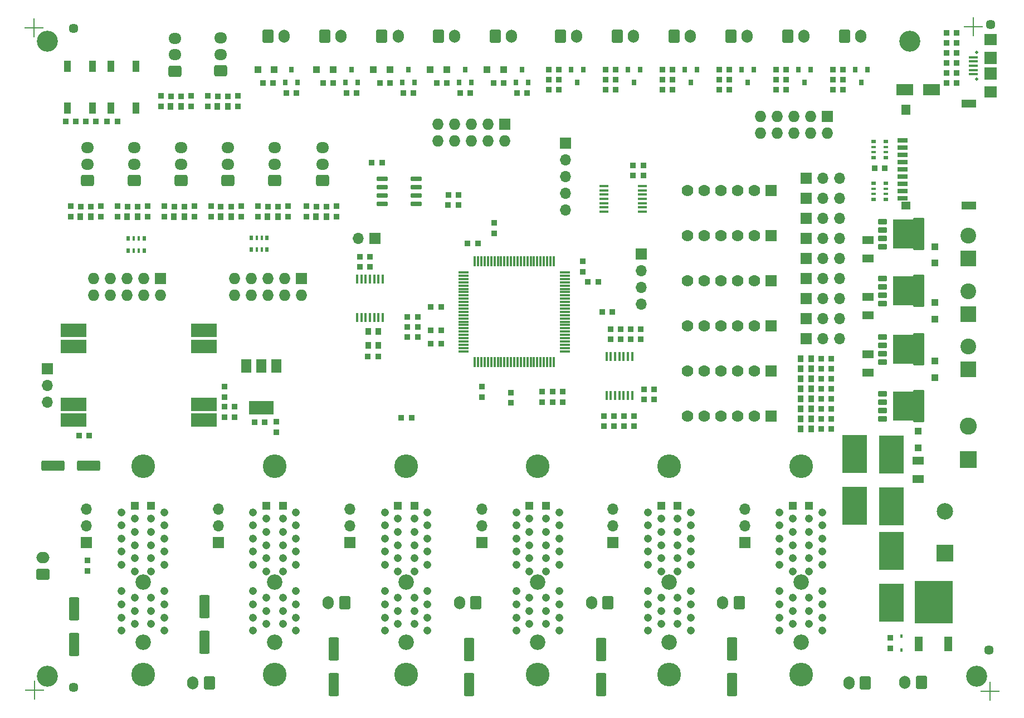
<source format=gts>
%TF.GenerationSoftware,KiCad,Pcbnew,5.99.0-unknown-43a4cf795~104~ubuntu20.04.1*%
%TF.CreationDate,2020-11-14T20:18:23-08:00*%
%TF.ProjectId,PrntrBoardV2,50726e74-7242-46f6-9172-6456322e6b69,rev?*%
%TF.SameCoordinates,PX160b110PY9be08a8*%
%TF.FileFunction,Soldermask,Top*%
%TF.FilePolarity,Negative*%
%FSLAX46Y46*%
G04 Gerber Fmt 4.6, Leading zero omitted, Abs format (unit mm)*
G04 Created by KiCad (PCBNEW 5.99.0-unknown-43a4cf795~104~ubuntu20.04.1) date 2020-11-14 20:18:23*
%MOMM*%
%LPD*%
G01*
G04 APERTURE LIST*
G04 Aperture macros list*
%AMRoundRect*
0 Rectangle with rounded corners*
0 $1 Rounding radius*
0 $2 $3 $4 $5 $6 $7 $8 $9 X,Y pos of 4 corners*
0 Add a 4 corners polygon primitive as box body*
4,1,4,$2,$3,$4,$5,$6,$7,$8,$9,$2,$3,0*
0 Add four circle primitives for the rounded corners*
1,1,$1+$1,$2,$3,0*
1,1,$1+$1,$4,$5,0*
1,1,$1+$1,$6,$7,0*
1,1,$1+$1,$8,$9,0*
0 Add four rect primitives between the rounded corners*
20,1,$1+$1,$2,$3,$4,$5,0*
20,1,$1+$1,$4,$5,$6,$7,0*
20,1,$1+$1,$6,$7,$8,$9,0*
20,1,$1+$1,$8,$9,$2,$3,0*%
G04 Aperture macros list end*
%ADD10R,0.875000X0.950000*%
%ADD11R,0.950000X0.875000*%
%ADD12RoundRect,0.250000X1.500000X0.550000X-1.500000X0.550000X-1.500000X-0.550000X1.500000X-0.550000X0*%
%ADD13R,1.750000X1.250000*%
%ADD14R,2.500000X1.800000*%
%ADD15R,0.820000X1.000000*%
%ADD16R,0.800000X0.900000*%
%ADD17R,1.000000X1.000000*%
%ADD18R,3.810000X5.740000*%
%ADD19R,3.000000X0.127000*%
%ADD20R,0.127000X3.000000*%
%ADD21C,3.200000*%
%ADD22R,1.727200X1.727200*%
%ADD23O,1.727200X1.727200*%
%ADD24C,0.500000*%
%ADD25R,1.350000X0.400000*%
%ADD26R,1.900000X1.800000*%
%ADD27R,1.900000X1.900000*%
%ADD28RoundRect,0.250000X-0.600000X-0.750000X0.600000X-0.750000X0.600000X0.750000X-0.600000X0.750000X0*%
%ADD29O,1.700000X2.000000*%
%ADD30R,2.600000X2.600000*%
%ADD31C,2.600000*%
%ADD32R,2.400000X2.400000*%
%ADD33C,2.400000*%
%ADD34R,1.700000X1.700000*%
%ADD35O,1.700000X1.700000*%
%ADD36R,2.500000X2.500000*%
%ADD37C,2.500000*%
%ADD38C,3.600000*%
%ADD39R,1.208000X1.208000*%
%ADD40C,1.208000*%
%ADD41C,2.350000*%
%ADD42RoundRect,0.250000X0.725000X-0.600000X0.725000X0.600000X-0.725000X0.600000X-0.725000X-0.600000X0*%
%ADD43O,1.950000X1.700000*%
%ADD44R,0.500000X0.800000*%
%ADD45R,0.400000X0.800000*%
%ADD46R,0.800000X0.500000*%
%ADD47R,0.800000X0.400000*%
%ADD48R,1.000000X1.700000*%
%ADD49R,1.778000X1.778000*%
%ADD50C,1.778000*%
%ADD51RoundRect,0.070000X-0.775000X2.350000X-0.775000X-2.350000X0.775000X-2.350000X0.775000X2.350000X0*%
%ADD52RoundRect,0.070000X-1.650000X2.100000X-1.650000X-2.100000X1.650000X-2.100000X1.650000X2.100000X0*%
%ADD53RoundRect,0.070000X-0.575000X0.350000X-0.575000X-0.350000X0.575000X-0.350000X0.575000X0.350000X0*%
%ADD54RoundRect,0.075000X-0.725000X-0.075000X0.725000X-0.075000X0.725000X0.075000X-0.725000X0.075000X0*%
%ADD55RoundRect,0.075000X-0.075000X-0.725000X0.075000X-0.725000X0.075000X0.725000X-0.075000X0.725000X0*%
%ADD56RoundRect,0.150000X-0.725000X-0.150000X0.725000X-0.150000X0.725000X0.150000X-0.725000X0.150000X0*%
%ADD57R,1.500000X2.000000*%
%ADD58R,3.800000X2.000000*%
%ADD59R,4.000000X2.000000*%
%ADD60R,1.600000X0.700000*%
%ADD61R,2.200000X1.200000*%
%ADD62R,1.400000X1.600000*%
%ADD63R,1.400000X1.200000*%
%ADD64RoundRect,0.250000X-0.550000X1.500000X-0.550000X-1.500000X0.550000X-1.500000X0.550000X1.500000X0*%
%ADD65RoundRect,0.250000X0.600000X0.750000X-0.600000X0.750000X-0.600000X-0.750000X0.600000X-0.750000X0*%
%ADD66R,0.450000X1.450000*%
%ADD67RoundRect,0.250000X0.750000X-0.600000X0.750000X0.600000X-0.750000X0.600000X-0.750000X-0.600000X0*%
%ADD68O,2.000000X1.700000*%
%ADD69R,0.450000X0.600000*%
%ADD70R,1.200000X2.200000*%
%ADD71R,5.800000X6.400000*%
%ADD72C,1.448000*%
%ADD73R,0.900000X1.000000*%
%ADD74R,1.450000X0.450000*%
G04 APERTURE END LIST*
D10*
X8153500Y88265000D03*
X6578500Y88265000D03*
D11*
X80645000Y47142500D03*
X80645000Y45567500D03*
D10*
X85953500Y63881000D03*
X87528500Y63881000D03*
X60096500Y57023000D03*
X58521500Y57023000D03*
X60096500Y55499000D03*
X58521500Y55499000D03*
X63652500Y60071000D03*
X62077500Y60071000D03*
D11*
X85217000Y66954500D03*
X85217000Y65379500D03*
X69850000Y47904500D03*
X69850000Y46329500D03*
D10*
X54693500Y81969000D03*
X53118500Y81969000D03*
X67665500Y69723000D03*
X69240500Y69723000D03*
X63652500Y56515000D03*
X62077500Y56515000D03*
D11*
X82169000Y47142500D03*
X82169000Y45567500D03*
D10*
X63652500Y54483000D03*
X62077500Y54483000D03*
X94412000Y80010000D03*
X92837000Y80010000D03*
X94412000Y81534000D03*
X92837000Y81534000D03*
X131089500Y81153000D03*
X129514500Y81153000D03*
X140436500Y101727000D03*
X142011500Y101727000D03*
D11*
X30734000Y44856500D03*
X30734000Y43281500D03*
X32258000Y44856500D03*
X32258000Y43281500D03*
D10*
X36855500Y42545000D03*
X35280500Y42545000D03*
D11*
X38608000Y42596000D03*
X38608000Y41021000D03*
D10*
X8610500Y40513000D03*
X10185500Y40513000D03*
D12*
X10066000Y35941000D03*
X4666000Y35941000D03*
D11*
X30734000Y46329500D03*
X30734000Y47904500D03*
D10*
X81559500Y93091000D03*
X79984500Y93091000D03*
X107467500Y93091000D03*
X105892500Y93091000D03*
X90195500Y93091000D03*
X88620500Y93091000D03*
X116103500Y93091000D03*
X114528500Y93091000D03*
X98831500Y93091000D03*
X97256500Y93091000D03*
X124739500Y93091000D03*
X123164500Y93091000D03*
X46253500Y75311000D03*
X44678500Y75311000D03*
X38887500Y75311000D03*
X37312500Y75311000D03*
X31267500Y92075000D03*
X29692500Y92075000D03*
X31750000Y75311000D03*
X30175000Y75311000D03*
X24663500Y75311000D03*
X23088500Y75311000D03*
X24155500Y92075000D03*
X22580500Y92075000D03*
X17551500Y75311000D03*
X15976500Y75311000D03*
X10439500Y75311000D03*
X8864500Y75311000D03*
D13*
X136144000Y36706000D03*
X136144000Y33906000D03*
X128524000Y67434000D03*
X128524000Y70234000D03*
X128524000Y50038000D03*
X128524000Y52838000D03*
X128524000Y58798000D03*
X128524000Y61598000D03*
D11*
X94488000Y45948500D03*
X94488000Y47523500D03*
X96012000Y45948500D03*
X96012000Y47523500D03*
D14*
X134144000Y93091000D03*
X138144000Y93091000D03*
D15*
X118326000Y52197000D03*
X119926000Y52197000D03*
X118326000Y50673000D03*
X119926000Y50673000D03*
X118326000Y49149000D03*
X119926000Y49149000D03*
X118326000Y47625000D03*
X119926000Y47625000D03*
D16*
X85278000Y96123000D03*
X83378000Y96123000D03*
X84328000Y94123000D03*
X111186000Y96123000D03*
X109286000Y96123000D03*
X110236000Y94123000D03*
X93914000Y96123000D03*
X92014000Y96123000D03*
X92964000Y94123000D03*
X119822000Y96123000D03*
X117922000Y96123000D03*
X118872000Y94123000D03*
X102550000Y96123000D03*
X100650000Y96123000D03*
X101600000Y94123000D03*
X128458000Y96123000D03*
X126558000Y96123000D03*
X127508000Y94123000D03*
D15*
X46266000Y73787000D03*
X44666000Y73787000D03*
X38900000Y73787000D03*
X37300000Y73787000D03*
X31280000Y90551000D03*
X29680000Y90551000D03*
X31788000Y73787000D03*
X30188000Y73787000D03*
X24676000Y73787000D03*
X23076000Y73787000D03*
X24168000Y90551000D03*
X22568000Y90551000D03*
X17564000Y73787000D03*
X15964000Y73787000D03*
X10452000Y73787000D03*
X8852000Y73787000D03*
D17*
X70632000Y96139000D03*
X73132000Y96139000D03*
D15*
X118326000Y41529000D03*
X119926000Y41529000D03*
X118326000Y46101000D03*
X119926000Y46101000D03*
D17*
X136144000Y38628000D03*
X136144000Y41128000D03*
X138684000Y66695000D03*
X138684000Y69195000D03*
X35814000Y96139000D03*
X38314000Y96139000D03*
D15*
X118326000Y43053000D03*
X119926000Y43053000D03*
D17*
X138684000Y49296000D03*
X138684000Y51796000D03*
X44724000Y96139000D03*
X47224000Y96139000D03*
X53360000Y96139000D03*
X55860000Y96139000D03*
D15*
X118326000Y44577000D03*
X119926000Y44577000D03*
D17*
X138684000Y58186000D03*
X138684000Y60686000D03*
X61996000Y96139000D03*
X64496000Y96139000D03*
D10*
X142011500Y94107000D03*
X140436500Y94107000D03*
D18*
X132080000Y29718000D03*
X132080000Y37588000D03*
X126492000Y29847000D03*
X126492000Y37717000D03*
X132080000Y22985000D03*
X132080000Y15115000D03*
D19*
X147066000Y1651000D03*
D20*
X147066000Y1651000D03*
D19*
X1841500Y1816100D03*
D20*
X1841500Y1816100D03*
X1828800Y102463600D03*
D19*
X1828800Y102463600D03*
X144526000Y102616000D03*
D20*
X144526000Y102616000D03*
D21*
X3810000Y3937000D03*
X3810000Y100457000D03*
X134874000Y100457000D03*
D22*
X42418000Y64389000D03*
D23*
X42418000Y61849000D03*
X39878000Y64389000D03*
X39878000Y61849000D03*
X37338000Y64389000D03*
X37338000Y61849000D03*
X34798000Y64389000D03*
X34798000Y61849000D03*
X32258000Y64389000D03*
X32258000Y61849000D03*
D22*
X21031200Y64389000D03*
D23*
X21031200Y61849000D03*
X18491200Y64389000D03*
X18491200Y61849000D03*
X15951200Y64389000D03*
X15951200Y61849000D03*
X13411200Y64389000D03*
X13411200Y61849000D03*
X10871200Y64389000D03*
X10871200Y61849000D03*
D24*
X145036400Y98697800D03*
X145036400Y94697800D03*
D25*
X144511400Y95397800D03*
X144511400Y96047800D03*
X144511400Y96697800D03*
X144511400Y97347800D03*
X144511400Y97997800D03*
D26*
X147186400Y92697800D03*
D27*
X147186400Y97897800D03*
D26*
X147186400Y100697800D03*
D27*
X147186400Y95497800D03*
D28*
X71882000Y101219000D03*
D29*
X74382000Y101219000D03*
D30*
X143764000Y36830000D03*
D31*
X143764000Y41910000D03*
D32*
X143764000Y67366000D03*
D33*
X143764000Y70866000D03*
D34*
X119150200Y55245000D03*
D35*
X121690200Y55245000D03*
X124230200Y55245000D03*
D34*
X119126000Y64389000D03*
D35*
X121666000Y64389000D03*
X124206000Y64389000D03*
D34*
X119126000Y73533000D03*
D35*
X121666000Y73533000D03*
X124206000Y73533000D03*
D34*
X119126000Y58293000D03*
D35*
X121666000Y58293000D03*
X124206000Y58293000D03*
D34*
X119126000Y67437000D03*
D35*
X121666000Y67437000D03*
X124206000Y67437000D03*
D34*
X119126000Y76581000D03*
D35*
X121666000Y76581000D03*
X124206000Y76581000D03*
D34*
X119126000Y61341000D03*
D35*
X121666000Y61341000D03*
X124206000Y61341000D03*
D34*
X119126000Y70485000D03*
D35*
X121666000Y70485000D03*
X124206000Y70485000D03*
D34*
X119126000Y79629000D03*
D35*
X121666000Y79629000D03*
X124206000Y79629000D03*
D28*
X37338000Y101219000D03*
D29*
X39838000Y101219000D03*
D32*
X143764000Y50546000D03*
D33*
X143764000Y54046000D03*
D28*
X45974000Y101219000D03*
D29*
X48474000Y101219000D03*
D28*
X54650000Y101219000D03*
D29*
X57150000Y101219000D03*
D32*
X143764000Y58928000D03*
D33*
X143764000Y62428000D03*
D28*
X63246000Y101219000D03*
D29*
X65746000Y101219000D03*
D36*
X140208000Y22606000D03*
D37*
X140208000Y28956000D03*
D34*
X94107000Y68072000D03*
D35*
X94107000Y65532000D03*
X94107000Y62992000D03*
X94107000Y60452000D03*
D38*
X18342000Y35831000D03*
X18342000Y4181000D03*
D39*
X19592000Y29831000D03*
D40*
X21592000Y28831000D03*
X19592000Y27831000D03*
X21592000Y26831000D03*
X19592000Y25831000D03*
X21592000Y24831000D03*
X19592000Y23831000D03*
X21592000Y22831000D03*
X19592000Y21831000D03*
X21592000Y20831000D03*
X19592000Y19831000D03*
X21592000Y16831000D03*
X19592000Y15831000D03*
X21592000Y14831000D03*
X19592000Y13831000D03*
X21592000Y12831000D03*
X19592000Y11831000D03*
X21592000Y10831000D03*
D39*
X17092000Y29831000D03*
D40*
X15092000Y28831000D03*
X17092000Y27831000D03*
X15092000Y26831000D03*
X17092000Y25831000D03*
X15092000Y24831000D03*
X17092000Y23831000D03*
X15092000Y22831000D03*
X17092000Y21831000D03*
X15092000Y20831000D03*
X17092000Y19831000D03*
X15092000Y16831000D03*
X17092000Y15831000D03*
X15092000Y14831000D03*
X17092000Y13831000D03*
X15092000Y12831000D03*
X17092000Y11831000D03*
X15092000Y10831000D03*
D41*
X18342000Y9031000D03*
X18342000Y18181000D03*
D38*
X38342000Y4181000D03*
X38342000Y35831000D03*
D39*
X39592000Y29831000D03*
D40*
X41592000Y28831000D03*
X39592000Y27831000D03*
X41592000Y26831000D03*
X39592000Y25831000D03*
X41592000Y24831000D03*
X39592000Y23831000D03*
X41592000Y22831000D03*
X39592000Y21831000D03*
X41592000Y20831000D03*
X39592000Y19831000D03*
X41592000Y16831000D03*
X39592000Y15831000D03*
X41592000Y14831000D03*
X39592000Y13831000D03*
X41592000Y12831000D03*
X39592000Y11831000D03*
X41592000Y10831000D03*
D39*
X37092000Y29831000D03*
D40*
X35092000Y28831000D03*
X37092000Y27831000D03*
X35092000Y26831000D03*
X37092000Y25831000D03*
X35092000Y24831000D03*
X37092000Y23831000D03*
X35092000Y22831000D03*
X37092000Y21831000D03*
X35092000Y20831000D03*
X37092000Y19831000D03*
X35092000Y16831000D03*
X37092000Y15831000D03*
X35092000Y14831000D03*
X37092000Y13831000D03*
X35092000Y12831000D03*
X37092000Y11831000D03*
X35092000Y10831000D03*
D41*
X38342000Y18181000D03*
X38342000Y9031000D03*
D38*
X58342000Y4181000D03*
X58342000Y35831000D03*
D39*
X59592000Y29831000D03*
D40*
X61592000Y28831000D03*
X59592000Y27831000D03*
X61592000Y26831000D03*
X59592000Y25831000D03*
X61592000Y24831000D03*
X59592000Y23831000D03*
X61592000Y22831000D03*
X59592000Y21831000D03*
X61592000Y20831000D03*
X59592000Y19831000D03*
X61592000Y16831000D03*
X59592000Y15831000D03*
X61592000Y14831000D03*
X59592000Y13831000D03*
X61592000Y12831000D03*
X59592000Y11831000D03*
X61592000Y10831000D03*
D39*
X57092000Y29831000D03*
D40*
X55092000Y28831000D03*
X57092000Y27831000D03*
X55092000Y26831000D03*
X57092000Y25831000D03*
X55092000Y24831000D03*
X57092000Y23831000D03*
X55092000Y22831000D03*
X57092000Y21831000D03*
X55092000Y20831000D03*
X57092000Y19831000D03*
X55092000Y16831000D03*
X57092000Y15831000D03*
X55092000Y14831000D03*
X57092000Y13831000D03*
X55092000Y12831000D03*
X57092000Y11831000D03*
X55092000Y10831000D03*
D41*
X58342000Y18181000D03*
X58342000Y9031000D03*
D38*
X78342000Y35831000D03*
X78342000Y4181000D03*
D39*
X79592000Y29831000D03*
D40*
X81592000Y28831000D03*
X79592000Y27831000D03*
X81592000Y26831000D03*
X79592000Y25831000D03*
X81592000Y24831000D03*
X79592000Y23831000D03*
X81592000Y22831000D03*
X79592000Y21831000D03*
X81592000Y20831000D03*
X79592000Y19831000D03*
X81592000Y16831000D03*
X79592000Y15831000D03*
X81592000Y14831000D03*
X79592000Y13831000D03*
X81592000Y12831000D03*
X79592000Y11831000D03*
X81592000Y10831000D03*
D39*
X77092000Y29831000D03*
D40*
X75092000Y28831000D03*
X77092000Y27831000D03*
X75092000Y26831000D03*
X77092000Y25831000D03*
X75092000Y24831000D03*
X77092000Y23831000D03*
X75092000Y22831000D03*
X77092000Y21831000D03*
X75092000Y20831000D03*
X77092000Y19831000D03*
X75092000Y16831000D03*
X77092000Y15831000D03*
X75092000Y14831000D03*
X77092000Y13831000D03*
X75092000Y12831000D03*
X77092000Y11831000D03*
X75092000Y10831000D03*
D41*
X78342000Y9031000D03*
X78342000Y18181000D03*
D38*
X98342000Y35831000D03*
X98342000Y4181000D03*
D39*
X99592000Y29831000D03*
D40*
X101592000Y28831000D03*
X99592000Y27831000D03*
X101592000Y26831000D03*
X99592000Y25831000D03*
X101592000Y24831000D03*
X99592000Y23831000D03*
X101592000Y22831000D03*
X99592000Y21831000D03*
X101592000Y20831000D03*
X99592000Y19831000D03*
X101592000Y16831000D03*
X99592000Y15831000D03*
X101592000Y14831000D03*
X99592000Y13831000D03*
X101592000Y12831000D03*
X99592000Y11831000D03*
X101592000Y10831000D03*
D39*
X97092000Y29831000D03*
D40*
X95092000Y28831000D03*
X97092000Y27831000D03*
X95092000Y26831000D03*
X97092000Y25831000D03*
X95092000Y24831000D03*
X97092000Y23831000D03*
X95092000Y22831000D03*
X97092000Y21831000D03*
X95092000Y20831000D03*
X97092000Y19831000D03*
X95092000Y16831000D03*
X97092000Y15831000D03*
X95092000Y14831000D03*
X97092000Y13831000D03*
X95092000Y12831000D03*
X97092000Y11831000D03*
X95092000Y10831000D03*
D41*
X98342000Y18181000D03*
X98342000Y9031000D03*
D38*
X118342000Y35831000D03*
X118342000Y4181000D03*
D39*
X119592000Y29831000D03*
D40*
X121592000Y28831000D03*
X119592000Y27831000D03*
X121592000Y26831000D03*
X119592000Y25831000D03*
X121592000Y24831000D03*
X119592000Y23831000D03*
X121592000Y22831000D03*
X119592000Y21831000D03*
X121592000Y20831000D03*
X119592000Y19831000D03*
X121592000Y16831000D03*
X119592000Y15831000D03*
X121592000Y14831000D03*
X119592000Y13831000D03*
X121592000Y12831000D03*
X119592000Y11831000D03*
X121592000Y10831000D03*
D39*
X117092000Y29831000D03*
D40*
X115092000Y28831000D03*
X117092000Y27831000D03*
X115092000Y26831000D03*
X117092000Y25831000D03*
X115092000Y24831000D03*
X117092000Y23831000D03*
X115092000Y22831000D03*
X117092000Y21831000D03*
X115092000Y20831000D03*
X117092000Y19831000D03*
X115092000Y16831000D03*
X117092000Y15831000D03*
X115092000Y14831000D03*
X117092000Y13831000D03*
X115092000Y12831000D03*
X117092000Y11831000D03*
X115092000Y10831000D03*
D41*
X118342000Y9031000D03*
X118342000Y18181000D03*
D34*
X82550000Y84963000D03*
D35*
X82550000Y82423000D03*
X82550000Y79883000D03*
X82550000Y77343000D03*
X82550000Y74803000D03*
D28*
X81788000Y101219000D03*
D29*
X84288000Y101219000D03*
D28*
X90424000Y101219000D03*
D29*
X92924000Y101219000D03*
D28*
X99060000Y101219000D03*
D29*
X101560000Y101219000D03*
D28*
X107696000Y101219000D03*
D29*
X110196000Y101219000D03*
D28*
X116332000Y101219000D03*
D29*
X118832000Y101219000D03*
D28*
X124968000Y101219000D03*
D29*
X127468000Y101219000D03*
D42*
X30124400Y95925000D03*
D43*
X30124400Y98425000D03*
X30124400Y100925000D03*
D42*
X23215600Y95885000D03*
D43*
X23215600Y98385000D03*
X23215600Y100885000D03*
D42*
X38354000Y79222600D03*
D43*
X38354000Y81722600D03*
X38354000Y84222600D03*
D42*
X45669200Y79222600D03*
D43*
X45669200Y81722600D03*
X45669200Y84222600D03*
D42*
X31242000Y79222600D03*
D43*
X31242000Y81722600D03*
X31242000Y84222600D03*
D42*
X9906000Y79222600D03*
D43*
X9906000Y81722600D03*
X9906000Y84222600D03*
D42*
X17018000Y79222600D03*
D43*
X17018000Y81722600D03*
X17018000Y84222600D03*
D34*
X53594000Y70485000D03*
D35*
X51054000Y70485000D03*
D34*
X3810000Y50673000D03*
D35*
X3810000Y48133000D03*
X3810000Y45593000D03*
D34*
X9779000Y24257000D03*
D35*
X9779000Y26797000D03*
X9779000Y29337000D03*
D34*
X69850000Y24257000D03*
D35*
X69850000Y26797000D03*
X69850000Y29337000D03*
D34*
X29845000Y24257000D03*
D35*
X29845000Y26797000D03*
X29845000Y29337000D03*
D34*
X89789000Y24257000D03*
D35*
X89789000Y26797000D03*
X89789000Y29337000D03*
D34*
X109855000Y24257000D03*
D35*
X109855000Y26797000D03*
X109855000Y29337000D03*
D34*
X49784000Y24257000D03*
D35*
X49784000Y26797000D03*
X49784000Y29337000D03*
D11*
X71755000Y71221500D03*
X71755000Y72796500D03*
D10*
X11201500Y88265000D03*
X9626500Y88265000D03*
X58521500Y58547000D03*
X60096500Y58547000D03*
D11*
X74295000Y45440500D03*
X74295000Y47015500D03*
D10*
X66319500Y77089000D03*
X64744500Y77089000D03*
X66266500Y75507200D03*
X64691500Y75507200D03*
X12903000Y88265000D03*
X14478000Y88265000D03*
X142011500Y98679000D03*
X140436500Y98679000D03*
X142011500Y95631000D03*
X140436500Y95631000D03*
X142011500Y97155000D03*
X140436500Y97155000D03*
X140436500Y100203000D03*
X142011500Y100203000D03*
X122961500Y52197000D03*
X121386500Y52197000D03*
X122961500Y50673000D03*
X121386500Y50673000D03*
X122961500Y49149000D03*
X121386500Y49149000D03*
X107467500Y96139000D03*
X105892500Y96139000D03*
X81559500Y94615000D03*
X79984500Y94615000D03*
X107467500Y94615000D03*
X105892500Y94615000D03*
X90195500Y96139000D03*
X88620500Y96139000D03*
X116103500Y96139000D03*
X114528500Y96139000D03*
X90195500Y94615000D03*
X88620500Y94615000D03*
X116103500Y94615000D03*
X114528500Y94615000D03*
X98831500Y96139000D03*
X97256500Y96139000D03*
X124739500Y96139000D03*
X123164500Y96139000D03*
X98831500Y94615000D03*
X97256500Y94615000D03*
X124739500Y94615000D03*
X123164500Y94615000D03*
D11*
X43180000Y75336500D03*
X43180000Y73761500D03*
X35814000Y75336500D03*
X35814000Y73761500D03*
X28194000Y92100500D03*
X28194000Y90525500D03*
X47752000Y73761500D03*
X47752000Y75336500D03*
X40386000Y73761500D03*
X40386000Y75336500D03*
X32766000Y90525500D03*
X32766000Y92100500D03*
X28702000Y75362000D03*
X28702000Y73787000D03*
X21590000Y75336500D03*
X21590000Y73761500D03*
X21082000Y92100500D03*
X21082000Y90525500D03*
X33274000Y73761500D03*
X33274000Y75336500D03*
X26162000Y73761500D03*
X26162000Y75336500D03*
X25654000Y90525500D03*
X25654000Y92100500D03*
X14478000Y75336500D03*
X14478000Y73761500D03*
X7366000Y75336500D03*
X7366000Y73761500D03*
X19050000Y73761500D03*
X19050000Y75336500D03*
X11938000Y73761500D03*
X11938000Y75336500D03*
D10*
X89687500Y59309000D03*
X88112500Y59309000D03*
D11*
X78994000Y45567500D03*
X78994000Y47142500D03*
X9906000Y19913500D03*
X9906000Y21488500D03*
X93980000Y56667500D03*
X93980000Y55092500D03*
X92964000Y41884500D03*
X92964000Y43459500D03*
D10*
X75158500Y92583000D03*
X76733500Y92583000D03*
X73177500Y94107000D03*
X71602500Y94107000D03*
D11*
X92456000Y56667500D03*
X92456000Y55092500D03*
X91440000Y41884500D03*
X91440000Y43459500D03*
D10*
X122961500Y41529000D03*
X121386500Y41529000D03*
X122961500Y46101000D03*
X121386500Y46101000D03*
X40106500Y92583000D03*
X41681500Y92583000D03*
X38125500Y94107000D03*
X36550500Y94107000D03*
D11*
X90932000Y56667500D03*
X90932000Y55092500D03*
X89408000Y56667500D03*
X89408000Y55092500D03*
D10*
X122961500Y43053000D03*
X121386500Y43053000D03*
X49250500Y92583000D03*
X50825500Y92583000D03*
X47269500Y94107000D03*
X45694500Y94107000D03*
D11*
X89916000Y41884500D03*
X89916000Y43459500D03*
D10*
X57886500Y92583000D03*
X59461500Y92583000D03*
X55905500Y94107000D03*
X54330500Y94107000D03*
D11*
X88392000Y41884500D03*
X88392000Y43459500D03*
D10*
X122961500Y44577000D03*
X121386500Y44577000D03*
X66522500Y92583000D03*
X68097500Y92583000D03*
X64541500Y94107000D03*
X62966500Y94107000D03*
D44*
X34817200Y68721400D03*
D45*
X35617200Y68721400D03*
X36417200Y68721400D03*
D44*
X37217200Y68721400D03*
X37217200Y70521400D03*
D45*
X36417200Y70521400D03*
X35617200Y70521400D03*
D44*
X34817200Y70521400D03*
X16122800Y68619800D03*
D45*
X16922800Y68619800D03*
X17722800Y68619800D03*
D44*
X18522800Y68619800D03*
X18522800Y70419800D03*
D45*
X17722800Y70419800D03*
X16922800Y70419800D03*
D44*
X16122800Y70419800D03*
D46*
X129402000Y85147000D03*
D47*
X129402000Y84347000D03*
X129402000Y83547000D03*
D46*
X129402000Y82747000D03*
X131202000Y82747000D03*
D47*
X131202000Y83547000D03*
X131202000Y84347000D03*
D46*
X131202000Y85147000D03*
X129402000Y78797000D03*
D47*
X129402000Y77997000D03*
X129402000Y77197000D03*
D46*
X129402000Y76397000D03*
X131202000Y76397000D03*
D47*
X131202000Y77197000D03*
X131202000Y77997000D03*
D46*
X131202000Y78797000D03*
D48*
X13462000Y96597000D03*
X13462000Y90297000D03*
X17262000Y96597000D03*
X17262000Y90297000D03*
X6858000Y96597000D03*
X6858000Y90297000D03*
X10658000Y90297000D03*
X10658000Y96597000D03*
D49*
X113792000Y77724000D03*
D50*
X111252000Y77724000D03*
X108712000Y77724000D03*
X106172000Y77724000D03*
X103632000Y77724000D03*
X101092000Y77724000D03*
D49*
X113792000Y70866000D03*
D50*
X111252000Y70866000D03*
X108712000Y70866000D03*
X106172000Y70866000D03*
X103632000Y70866000D03*
X101092000Y70866000D03*
D49*
X113792000Y64008000D03*
D50*
X111252000Y64008000D03*
X108712000Y64008000D03*
X106172000Y64008000D03*
X103632000Y64008000D03*
X101092000Y64008000D03*
D49*
X113792000Y57150000D03*
D50*
X111252000Y57150000D03*
X108712000Y57150000D03*
X106172000Y57150000D03*
X103632000Y57150000D03*
X101092000Y57150000D03*
D49*
X113792000Y50292000D03*
D50*
X111252000Y50292000D03*
X108712000Y50292000D03*
X106172000Y50292000D03*
X103632000Y50292000D03*
X101092000Y50292000D03*
D49*
X113792000Y43434000D03*
D50*
X111252000Y43434000D03*
X108712000Y43434000D03*
X106172000Y43434000D03*
X103632000Y43434000D03*
X101092000Y43434000D03*
D16*
X75946000Y96123000D03*
X74996000Y94123000D03*
X76896000Y94123000D03*
D51*
X136239000Y44958000D03*
D52*
X134039000Y44958000D03*
D53*
X130769000Y43048000D03*
X130769000Y45598000D03*
X130769000Y46868000D03*
X130769000Y44318000D03*
D52*
X134039000Y71120000D03*
D51*
X136239000Y71120000D03*
D53*
X130769000Y69210000D03*
X130769000Y70480000D03*
X130769000Y71760000D03*
X130769000Y73030000D03*
D16*
X40894000Y96123000D03*
X39944000Y94123000D03*
X41844000Y94123000D03*
D51*
X136220000Y53594000D03*
D52*
X134020000Y53594000D03*
D53*
X130750000Y51684000D03*
X130750000Y55504000D03*
X130750000Y52954000D03*
X130750000Y54234000D03*
D16*
X50038000Y96123000D03*
X49088000Y94123000D03*
X50988000Y94123000D03*
X58674000Y96123000D03*
X57724000Y94123000D03*
X59624000Y94123000D03*
D52*
X134039000Y62484000D03*
D51*
X136239000Y62484000D03*
D53*
X130769000Y60574000D03*
X130769000Y63124000D03*
X130769000Y64394000D03*
X130769000Y61844000D03*
D16*
X67310000Y96123000D03*
X66360000Y94123000D03*
X68260000Y94123000D03*
D54*
X67100000Y65286800D03*
X67100000Y64786800D03*
X67100000Y64286800D03*
X67100000Y63786800D03*
X67100000Y63286800D03*
X67100000Y62786800D03*
X67100000Y62286800D03*
X67100000Y61786800D03*
X67100000Y61286800D03*
X67100000Y60786800D03*
X67100000Y60286800D03*
X67100000Y59786800D03*
X67100000Y59286800D03*
X67100000Y58786800D03*
X67100000Y58286800D03*
X67100000Y57786800D03*
X67100000Y57286800D03*
X67100000Y56786800D03*
X67100000Y56286800D03*
X67100000Y55786800D03*
X67100000Y55286800D03*
X67100000Y54786800D03*
X67100000Y54286800D03*
X67100000Y53786800D03*
X67100000Y53286800D03*
D55*
X68775000Y51611800D03*
X69275000Y51611800D03*
X69775000Y51611800D03*
X70275000Y51611800D03*
X70775000Y51611800D03*
X71275000Y51611800D03*
X71775000Y51611800D03*
X72275000Y51611800D03*
X72775000Y51611800D03*
X73275000Y51611800D03*
X73775000Y51611800D03*
X74275000Y51611800D03*
X74775000Y51611800D03*
X75275000Y51611800D03*
X75775000Y51611800D03*
X76275000Y51611800D03*
X76775000Y51611800D03*
X77275000Y51611800D03*
X77775000Y51611800D03*
X78275000Y51611800D03*
X78775000Y51611800D03*
X79275000Y51611800D03*
X79775000Y51611800D03*
X80275000Y51611800D03*
X80775000Y51611800D03*
D54*
X82450000Y53286800D03*
X82450000Y53786800D03*
X82450000Y54286800D03*
X82450000Y54786800D03*
X82450000Y55286800D03*
X82450000Y55786800D03*
X82450000Y56286800D03*
X82450000Y56786800D03*
X82450000Y57286800D03*
X82450000Y57786800D03*
X82450000Y58286800D03*
X82450000Y58786800D03*
X82450000Y59286800D03*
X82450000Y59786800D03*
X82450000Y60286800D03*
X82450000Y60786800D03*
X82450000Y61286800D03*
X82450000Y61786800D03*
X82450000Y62286800D03*
X82450000Y62786800D03*
X82450000Y63286800D03*
X82450000Y63786800D03*
X82450000Y64286800D03*
X82450000Y64786800D03*
X82450000Y65286800D03*
D55*
X80775000Y66961800D03*
X80275000Y66961800D03*
X79775000Y66961800D03*
X79275000Y66961800D03*
X78775000Y66961800D03*
X78275000Y66961800D03*
X77775000Y66961800D03*
X77275000Y66961800D03*
X76775000Y66961800D03*
X76275000Y66961800D03*
X75775000Y66961800D03*
X75275000Y66961800D03*
X74775000Y66961800D03*
X74275000Y66961800D03*
X73775000Y66961800D03*
X73275000Y66961800D03*
X72775000Y66961800D03*
X72275000Y66961800D03*
X71775000Y66961800D03*
X71275000Y66961800D03*
X70775000Y66961800D03*
X70275000Y66961800D03*
X69775000Y66961800D03*
X69275000Y66961800D03*
X68775000Y66961800D03*
D56*
X54702000Y79502000D03*
X54702000Y78232000D03*
X54702000Y76962000D03*
X54702000Y75692000D03*
X59852000Y75692000D03*
X59852000Y76962000D03*
X59852000Y78232000D03*
X59852000Y79502000D03*
D57*
X38622000Y51029000D03*
D58*
X36322000Y44729000D03*
D57*
X36322000Y51029000D03*
X34022000Y51029000D03*
D59*
X7826000Y42857000D03*
X7826000Y45257000D03*
X7826000Y56457000D03*
X7826000Y54057000D03*
X27626000Y42857000D03*
X27626000Y45257000D03*
X27626000Y56457000D03*
X27626000Y54057000D03*
D60*
X133772000Y85385000D03*
X133772000Y84285000D03*
X133772000Y83185000D03*
X133772000Y82085000D03*
X133772000Y80985000D03*
D61*
X143872000Y90935000D03*
D62*
X134272000Y90035000D03*
D63*
X134272000Y75435000D03*
D60*
X133772000Y79885000D03*
D61*
X143872000Y75435000D03*
D60*
X133772000Y78785000D03*
X133772000Y77685000D03*
X133772000Y76585000D03*
D64*
X27695500Y14466500D03*
X27695500Y9066500D03*
X87987600Y8002200D03*
X87987600Y2602200D03*
X67886000Y8002200D03*
X67886000Y2602200D03*
X107886000Y8053000D03*
X107886000Y2653000D03*
X7886000Y14149000D03*
X7886000Y8749000D03*
D10*
X122961500Y47625000D03*
X121386500Y47625000D03*
X81559500Y96139000D03*
X79984500Y96139000D03*
D42*
X24130000Y79222600D03*
D43*
X24130000Y81722600D03*
X24130000Y84222600D03*
D21*
X145034000Y3937000D03*
D22*
X73342500Y87820500D03*
D23*
X73342500Y85280500D03*
X70802500Y87820500D03*
X70802500Y85280500D03*
X68262500Y87820500D03*
X68262500Y85280500D03*
X65722500Y87820500D03*
X65722500Y85280500D03*
X63182500Y87820500D03*
X63182500Y85280500D03*
D64*
X47378000Y8053000D03*
X47378000Y2653000D03*
D65*
X49022000Y15113000D03*
D29*
X46522000Y15113000D03*
D65*
X108966000Y15113000D03*
D29*
X106466000Y15113000D03*
D65*
X28448000Y2921000D03*
D29*
X25948000Y2921000D03*
D65*
X128143000Y2921000D03*
D29*
X125643000Y2921000D03*
D66*
X92691500Y52480000D03*
X92041500Y52480000D03*
X91391500Y52480000D03*
X90741500Y52480000D03*
X90091500Y52480000D03*
X89441500Y52480000D03*
X88791500Y52480000D03*
X88791500Y46580000D03*
X89441500Y46580000D03*
X90091500Y46580000D03*
X90741500Y46580000D03*
X91391500Y46580000D03*
X92041500Y46580000D03*
X92691500Y46580000D03*
D65*
X68961000Y15113000D03*
D29*
X66461000Y15113000D03*
D65*
X89027000Y15113000D03*
D29*
X86527000Y15113000D03*
D65*
X136636000Y2949000D03*
D29*
X134136000Y2949000D03*
D67*
X3175000Y19431000D03*
D68*
X3175000Y21931000D03*
D22*
X122386000Y88949000D03*
D23*
X122386000Y86409000D03*
X119846000Y88949000D03*
X119846000Y86409000D03*
X117306000Y88949000D03*
X117306000Y86409000D03*
X114766000Y88949000D03*
X114766000Y86409000D03*
X112226000Y88949000D03*
X112226000Y86409000D03*
D10*
X59173500Y43199000D03*
X57598500Y43199000D03*
D69*
X133636000Y9999000D03*
X133636000Y7899000D03*
D70*
X136206000Y8849000D03*
D71*
X138486000Y15149000D03*
D70*
X140766000Y8849000D03*
D11*
X131886000Y8161500D03*
X131886000Y9736500D03*
D72*
X146886000Y7849000D03*
X147186000Y102949000D03*
X7786000Y2249000D03*
X7786000Y102349000D03*
D73*
X54115000Y54170000D03*
X54115000Y56320000D03*
X52565000Y56320000D03*
X52565000Y54170000D03*
D66*
X50882000Y58391000D03*
X51532000Y58391000D03*
X52182000Y58391000D03*
X52832000Y58391000D03*
X53482000Y58391000D03*
X54132000Y58391000D03*
X54782000Y58391000D03*
X54782000Y64291000D03*
X54132000Y64291000D03*
X53482000Y64291000D03*
X52832000Y64291000D03*
X52182000Y64291000D03*
X51532000Y64291000D03*
X50882000Y64291000D03*
D10*
X52540500Y52459000D03*
X54115500Y52459000D03*
D74*
X88364551Y78414866D03*
X88364551Y77764866D03*
X88364551Y77114866D03*
X88364551Y76464866D03*
X88364551Y75814866D03*
X88364551Y75164866D03*
X88364551Y74514866D03*
X94264551Y74514866D03*
X94264551Y75164866D03*
X94264551Y75814866D03*
X94264551Y76464866D03*
X94264551Y77114866D03*
X94264551Y77764866D03*
X94264551Y78414866D03*
D10*
X51282500Y66167000D03*
X52857500Y66167000D03*
X51282500Y67691000D03*
X52857500Y67691000D03*
M02*

</source>
